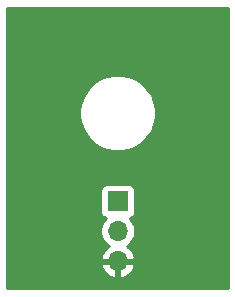
<source format=gbl>
G04 #@! TF.GenerationSoftware,KiCad,Pcbnew,(5.1.10)-1*
G04 #@! TF.CreationDate,2021-07-30T23:06:35-05:00*
G04 #@! TF.ProjectId,Magnetic_Switch,4d61676e-6574-4696-935f-537769746368,rev?*
G04 #@! TF.SameCoordinates,Original*
G04 #@! TF.FileFunction,Copper,L2,Bot*
G04 #@! TF.FilePolarity,Positive*
%FSLAX46Y46*%
G04 Gerber Fmt 4.6, Leading zero omitted, Abs format (unit mm)*
G04 Created by KiCad (PCBNEW (5.1.10)-1) date 2021-07-30 23:06:35*
%MOMM*%
%LPD*%
G01*
G04 APERTURE LIST*
G04 #@! TA.AperFunction,ComponentPad*
%ADD10O,1.700000X1.700000*%
G04 #@! TD*
G04 #@! TA.AperFunction,ComponentPad*
%ADD11R,1.700000X1.700000*%
G04 #@! TD*
G04 #@! TA.AperFunction,Conductor*
%ADD12C,0.254000*%
G04 #@! TD*
G04 #@! TA.AperFunction,Conductor*
%ADD13C,0.100000*%
G04 #@! TD*
G04 APERTURE END LIST*
D10*
X144018000Y-106045000D03*
X144018000Y-103505000D03*
D11*
X144018000Y-100965000D03*
D12*
X153352301Y-108352300D02*
X134647700Y-108352300D01*
X134647700Y-106401890D01*
X142576524Y-106401890D01*
X142621175Y-106549099D01*
X142746359Y-106811920D01*
X142920412Y-107045269D01*
X143136645Y-107240178D01*
X143386748Y-107389157D01*
X143661109Y-107486481D01*
X143891000Y-107365814D01*
X143891000Y-106172000D01*
X144145000Y-106172000D01*
X144145000Y-107365814D01*
X144374891Y-107486481D01*
X144649252Y-107389157D01*
X144899355Y-107240178D01*
X145115588Y-107045269D01*
X145289641Y-106811920D01*
X145414825Y-106549099D01*
X145459476Y-106401890D01*
X145338155Y-106172000D01*
X144145000Y-106172000D01*
X143891000Y-106172000D01*
X142697845Y-106172000D01*
X142576524Y-106401890D01*
X134647700Y-106401890D01*
X134647700Y-100115000D01*
X142529928Y-100115000D01*
X142529928Y-101815000D01*
X142542188Y-101939482D01*
X142578498Y-102059180D01*
X142637463Y-102169494D01*
X142716815Y-102266185D01*
X142813506Y-102345537D01*
X142923820Y-102404502D01*
X142996380Y-102426513D01*
X142864525Y-102558368D01*
X142702010Y-102801589D01*
X142590068Y-103071842D01*
X142533000Y-103358740D01*
X142533000Y-103651260D01*
X142590068Y-103938158D01*
X142702010Y-104208411D01*
X142864525Y-104451632D01*
X143071368Y-104658475D01*
X143253534Y-104780195D01*
X143136645Y-104849822D01*
X142920412Y-105044731D01*
X142746359Y-105278080D01*
X142621175Y-105540901D01*
X142576524Y-105688110D01*
X142697845Y-105918000D01*
X143891000Y-105918000D01*
X143891000Y-105898000D01*
X144145000Y-105898000D01*
X144145000Y-105918000D01*
X145338155Y-105918000D01*
X145459476Y-105688110D01*
X145414825Y-105540901D01*
X145289641Y-105278080D01*
X145115588Y-105044731D01*
X144899355Y-104849822D01*
X144782466Y-104780195D01*
X144964632Y-104658475D01*
X145171475Y-104451632D01*
X145333990Y-104208411D01*
X145445932Y-103938158D01*
X145503000Y-103651260D01*
X145503000Y-103358740D01*
X145445932Y-103071842D01*
X145333990Y-102801589D01*
X145171475Y-102558368D01*
X145039620Y-102426513D01*
X145112180Y-102404502D01*
X145222494Y-102345537D01*
X145319185Y-102266185D01*
X145398537Y-102169494D01*
X145457502Y-102059180D01*
X145493812Y-101939482D01*
X145506072Y-101815000D01*
X145506072Y-100115000D01*
X145493812Y-99990518D01*
X145457502Y-99870820D01*
X145398537Y-99760506D01*
X145319185Y-99663815D01*
X145222494Y-99584463D01*
X145112180Y-99525498D01*
X144992482Y-99489188D01*
X144868000Y-99476928D01*
X143168000Y-99476928D01*
X143043518Y-99489188D01*
X142923820Y-99525498D01*
X142813506Y-99584463D01*
X142716815Y-99663815D01*
X142637463Y-99760506D01*
X142578498Y-99870820D01*
X142542188Y-99990518D01*
X142529928Y-100115000D01*
X134647700Y-100115000D01*
X134647700Y-93179709D01*
X140748035Y-93179709D01*
X140748035Y-93820291D01*
X140873006Y-94448563D01*
X141118146Y-95040383D01*
X141474034Y-95573007D01*
X141926993Y-96025966D01*
X142459617Y-96381854D01*
X143051437Y-96626994D01*
X143679709Y-96751965D01*
X144320291Y-96751965D01*
X144948563Y-96626994D01*
X145540383Y-96381854D01*
X146073007Y-96025966D01*
X146525966Y-95573007D01*
X146881854Y-95040383D01*
X147126994Y-94448563D01*
X147251965Y-93820291D01*
X147251965Y-93179709D01*
X147126994Y-92551437D01*
X146881854Y-91959617D01*
X146525966Y-91426993D01*
X146073007Y-90974034D01*
X145540383Y-90618146D01*
X144948563Y-90373006D01*
X144320291Y-90248035D01*
X143679709Y-90248035D01*
X143051437Y-90373006D01*
X142459617Y-90618146D01*
X141926993Y-90974034D01*
X141474034Y-91426993D01*
X141118146Y-91959617D01*
X140873006Y-92551437D01*
X140748035Y-93179709D01*
X134647700Y-93179709D01*
X134647700Y-84647700D01*
X153352300Y-84647700D01*
X153352301Y-108352300D01*
G04 #@! TA.AperFunction,Conductor*
D13*
G36*
X153352301Y-108352300D02*
G01*
X134647700Y-108352300D01*
X134647700Y-106401890D01*
X142576524Y-106401890D01*
X142621175Y-106549099D01*
X142746359Y-106811920D01*
X142920412Y-107045269D01*
X143136645Y-107240178D01*
X143386748Y-107389157D01*
X143661109Y-107486481D01*
X143891000Y-107365814D01*
X143891000Y-106172000D01*
X144145000Y-106172000D01*
X144145000Y-107365814D01*
X144374891Y-107486481D01*
X144649252Y-107389157D01*
X144899355Y-107240178D01*
X145115588Y-107045269D01*
X145289641Y-106811920D01*
X145414825Y-106549099D01*
X145459476Y-106401890D01*
X145338155Y-106172000D01*
X144145000Y-106172000D01*
X143891000Y-106172000D01*
X142697845Y-106172000D01*
X142576524Y-106401890D01*
X134647700Y-106401890D01*
X134647700Y-100115000D01*
X142529928Y-100115000D01*
X142529928Y-101815000D01*
X142542188Y-101939482D01*
X142578498Y-102059180D01*
X142637463Y-102169494D01*
X142716815Y-102266185D01*
X142813506Y-102345537D01*
X142923820Y-102404502D01*
X142996380Y-102426513D01*
X142864525Y-102558368D01*
X142702010Y-102801589D01*
X142590068Y-103071842D01*
X142533000Y-103358740D01*
X142533000Y-103651260D01*
X142590068Y-103938158D01*
X142702010Y-104208411D01*
X142864525Y-104451632D01*
X143071368Y-104658475D01*
X143253534Y-104780195D01*
X143136645Y-104849822D01*
X142920412Y-105044731D01*
X142746359Y-105278080D01*
X142621175Y-105540901D01*
X142576524Y-105688110D01*
X142697845Y-105918000D01*
X143891000Y-105918000D01*
X143891000Y-105898000D01*
X144145000Y-105898000D01*
X144145000Y-105918000D01*
X145338155Y-105918000D01*
X145459476Y-105688110D01*
X145414825Y-105540901D01*
X145289641Y-105278080D01*
X145115588Y-105044731D01*
X144899355Y-104849822D01*
X144782466Y-104780195D01*
X144964632Y-104658475D01*
X145171475Y-104451632D01*
X145333990Y-104208411D01*
X145445932Y-103938158D01*
X145503000Y-103651260D01*
X145503000Y-103358740D01*
X145445932Y-103071842D01*
X145333990Y-102801589D01*
X145171475Y-102558368D01*
X145039620Y-102426513D01*
X145112180Y-102404502D01*
X145222494Y-102345537D01*
X145319185Y-102266185D01*
X145398537Y-102169494D01*
X145457502Y-102059180D01*
X145493812Y-101939482D01*
X145506072Y-101815000D01*
X145506072Y-100115000D01*
X145493812Y-99990518D01*
X145457502Y-99870820D01*
X145398537Y-99760506D01*
X145319185Y-99663815D01*
X145222494Y-99584463D01*
X145112180Y-99525498D01*
X144992482Y-99489188D01*
X144868000Y-99476928D01*
X143168000Y-99476928D01*
X143043518Y-99489188D01*
X142923820Y-99525498D01*
X142813506Y-99584463D01*
X142716815Y-99663815D01*
X142637463Y-99760506D01*
X142578498Y-99870820D01*
X142542188Y-99990518D01*
X142529928Y-100115000D01*
X134647700Y-100115000D01*
X134647700Y-93179709D01*
X140748035Y-93179709D01*
X140748035Y-93820291D01*
X140873006Y-94448563D01*
X141118146Y-95040383D01*
X141474034Y-95573007D01*
X141926993Y-96025966D01*
X142459617Y-96381854D01*
X143051437Y-96626994D01*
X143679709Y-96751965D01*
X144320291Y-96751965D01*
X144948563Y-96626994D01*
X145540383Y-96381854D01*
X146073007Y-96025966D01*
X146525966Y-95573007D01*
X146881854Y-95040383D01*
X147126994Y-94448563D01*
X147251965Y-93820291D01*
X147251965Y-93179709D01*
X147126994Y-92551437D01*
X146881854Y-91959617D01*
X146525966Y-91426993D01*
X146073007Y-90974034D01*
X145540383Y-90618146D01*
X144948563Y-90373006D01*
X144320291Y-90248035D01*
X143679709Y-90248035D01*
X143051437Y-90373006D01*
X142459617Y-90618146D01*
X141926993Y-90974034D01*
X141474034Y-91426993D01*
X141118146Y-91959617D01*
X140873006Y-92551437D01*
X140748035Y-93179709D01*
X134647700Y-93179709D01*
X134647700Y-84647700D01*
X153352300Y-84647700D01*
X153352301Y-108352300D01*
G37*
G04 #@! TD.AperFunction*
M02*

</source>
